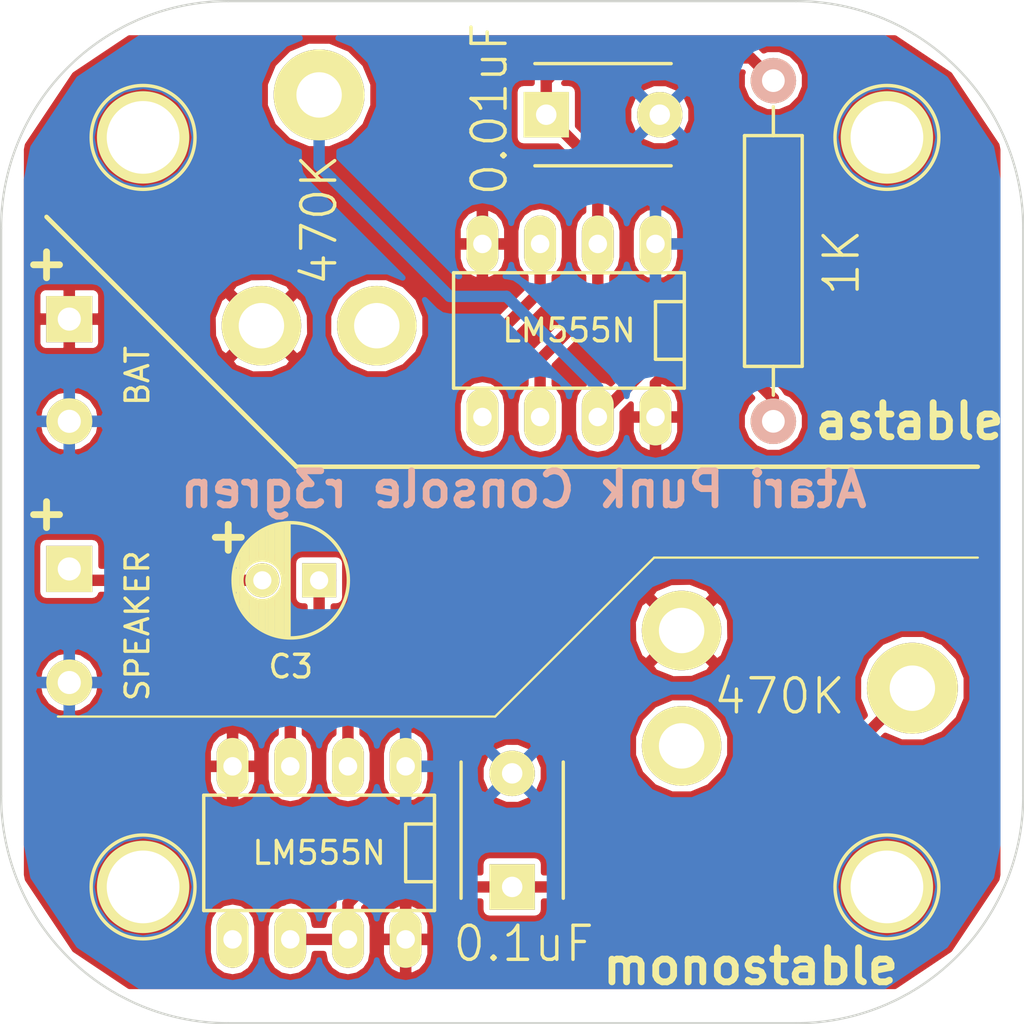
<source format=kicad_pcb>
(kicad_pcb (version 4) (host pcbnew "(2015-11-24 BZR 6329)-product")

  (general
    (links 22)
    (no_connects 0)
    (area 186.321 73.694809 241.829 128.529)
    (thickness 1.6)
    (drawings 21)
    (tracks 39)
    (zones 0)
    (modules 14)
    (nets 9)
  )

  (page A4)
  (layers
    (0 F.Cu signal)
    (31 B.Cu signal)
    (32 B.Adhes user)
    (33 F.Adhes user)
    (34 B.Paste user)
    (35 F.Paste user)
    (36 B.SilkS user)
    (37 F.SilkS user)
    (38 B.Mask user)
    (39 F.Mask user)
    (40 Dwgs.User user)
    (41 Cmts.User user)
    (42 Eco1.User user)
    (43 Eco2.User user)
    (44 Edge.Cuts user)
    (45 Margin user)
    (46 B.CrtYd user)
    (47 F.CrtYd user)
    (48 B.Fab user)
    (49 F.Fab user)
  )

  (setup
    (last_trace_width 0.5)
    (trace_clearance 0.254)
    (zone_clearance 0.254)
    (zone_45_only no)
    (trace_min 0.254)
    (segment_width 0.1)
    (edge_width 0.1)
    (via_size 0.889)
    (via_drill 0.635)
    (via_min_size 0.889)
    (via_min_drill 0.508)
    (uvia_size 0.508)
    (uvia_drill 0.127)
    (uvias_allowed no)
    (uvia_min_size 0.508)
    (uvia_min_drill 0.127)
    (pcb_text_width 0.3)
    (pcb_text_size 1.5 1.5)
    (mod_edge_width 0.15)
    (mod_text_size 1 1)
    (mod_text_width 0.15)
    (pad_size 4.064 4.064)
    (pad_drill 3.2)
    (pad_to_mask_clearance 0)
    (aux_axis_origin 0 0)
    (visible_elements FFFFFF7F)
    (pcbplotparams
      (layerselection 0x010f0_80000001)
      (usegerberextensions false)
      (excludeedgelayer true)
      (linewidth 0.100000)
      (plotframeref false)
      (viasonmask false)
      (mode 1)
      (useauxorigin false)
      (hpglpennumber 1)
      (hpglpenspeed 20)
      (hpglpendiameter 15)
      (hpglpenoverlay 2)
      (psnegative false)
      (psa4output false)
      (plotreference true)
      (plotvalue true)
      (plotinvisibletext false)
      (padsonsilk false)
      (subtractmaskfromsilk false)
      (outputformat 1)
      (mirror false)
      (drillshape 0)
      (scaleselection 1)
      (outputdirectory gerbers/))
  )

  (net 0 "")
  (net 1 "Net-(C1-Pad1)")
  (net 2 GND)
  (net 3 "Net-(C2-Pad1)")
  (net 4 "Net-(C3-Pad1)")
  (net 5 "Net-(C3-Pad2)")
  (net 6 "Net-(R1-Pad1)")
  (net 7 "Net-(U1-Pad3)")
  (net 8 +9V)

  (net_class Default "This is the default net class."
    (clearance 0.254)
    (trace_width 0.5)
    (via_dia 0.889)
    (via_drill 0.635)
    (uvia_dia 0.508)
    (uvia_drill 0.127)
    (add_net +9V)
    (add_net GND)
    (add_net "Net-(C1-Pad1)")
    (add_net "Net-(C2-Pad1)")
    (add_net "Net-(C3-Pad1)")
    (add_net "Net-(C3-Pad2)")
    (add_net "Net-(R1-Pad1)")
    (add_net "Net-(U1-Pad3)")
  )

  (module Socket_Strips:Socket_Strip_Straight_1x02 (layer F.Cu) (tedit 56311022) (tstamp 55D51135)
    (at 193 94 270)
    (descr "Through hole socket strip")
    (tags "socket strip")
    (path /55D50DA2)
    (fp_text reference P2 (at 0 5.5 270) (layer F.SilkS) hide
      (effects (font (size 1 1) (thickness 0.15)))
    )
    (fp_text value BAT (at 0 -3 270) (layer F.SilkS)
      (effects (font (size 1 1) (thickness 0.15)))
    )
    (pad 1 thru_hole rect (at -2.5 0 270) (size 2.032 2.032) (drill 1.016) (layers *.Cu *.Mask F.SilkS)
      (net 8 +9V))
    (pad 2 thru_hole oval (at 2 0 270) (size 2.032 2.032) (drill 1.016) (layers *.Cu *.Mask F.SilkS)
      (net 2 GND))
    (model Socket_Strips.3dshapes/Socket_Strip_Straight_1x02.wrl
      (at (xyz 0.05 0 0))
      (scale (xyz 1 1 1))
      (rotate (xyz 0 0 180))
    )
  )

  (module Socket_Strips:Socket_Strip_Straight_1x02 (layer F.Cu) (tedit 56311025) (tstamp 55D509F8)
    (at 193 105 270)
    (descr "Through hole socket strip")
    (tags "socket strip")
    (path /55D51CF1)
    (fp_text reference P1 (at 0 5.5 270) (layer F.SilkS) hide
      (effects (font (size 1 1) (thickness 0.15)))
    )
    (fp_text value SPEAKER (at 0 -3 270) (layer F.SilkS)
      (effects (font (size 1 1) (thickness 0.15)))
    )
    (pad 1 thru_hole rect (at -2.5 0 270) (size 2.032 2.032) (drill 1.016) (layers *.Cu *.Mask F.SilkS)
      (net 5 "Net-(C3-Pad2)"))
    (pad 2 thru_hole oval (at 2.5 0 270) (size 2.032 2.032) (drill 1.016) (layers *.Cu *.Mask F.SilkS)
      (net 2 GND))
    (model Socket_Strips.3dshapes/Socket_Strip_Straight_1x02.wrl
      (at (xyz 0.05 0 0))
      (scale (xyz 1 1 1))
      (rotate (xyz 0 0 180))
    )
  )

  (module Sockets_DIP:DIP-8__300 (layer F.Cu) (tedit 56310B88) (tstamp 55D50A2A)
    (at 204 115 180)
    (descr "8 pins DIL package, round pads")
    (tags DIL)
    (path /55D4FD35)
    (fp_text reference U2 (at -36.5 -6 180) (layer F.SilkS) hide
      (effects (font (size 1 1) (thickness 0.15)))
    )
    (fp_text value LM555N (at 0 0 180) (layer F.SilkS)
      (effects (font (size 1 1) (thickness 0.15)))
    )
    (fp_line (start -5.08 -1.27) (end -3.81 -1.27) (layer F.SilkS) (width 0.15))
    (fp_line (start -3.81 -1.27) (end -3.81 1.27) (layer F.SilkS) (width 0.15))
    (fp_line (start -3.81 1.27) (end -5.08 1.27) (layer F.SilkS) (width 0.15))
    (fp_line (start -5.08 -2.54) (end 5.08 -2.54) (layer F.SilkS) (width 0.15))
    (fp_line (start 5.08 -2.54) (end 5.08 2.54) (layer F.SilkS) (width 0.15))
    (fp_line (start 5.08 2.54) (end -5.08 2.54) (layer F.SilkS) (width 0.15))
    (fp_line (start -5.08 2.54) (end -5.08 -2.54) (layer F.SilkS) (width 0.15))
    (pad 1 thru_hole oval (at -3.81 3.81 180) (size 1.4 2.5) (drill 0.8128) (layers *.Cu *.Mask F.SilkS)
      (net 2 GND))
    (pad 2 thru_hole oval (at -1.27 3.81 180) (size 1.4 2.5) (drill 0.8128) (layers *.Cu *.Mask F.SilkS)
      (net 7 "Net-(U1-Pad3)"))
    (pad 3 thru_hole oval (at 1.27 3.81 180) (size 1.4 2.5) (drill 0.8128) (layers *.Cu *.Mask F.SilkS)
      (net 4 "Net-(C3-Pad1)"))
    (pad 4 thru_hole oval (at 3.81 3.81 180) (size 1.4 2.5) (drill 0.8128) (layers *.Cu *.Mask F.SilkS)
      (net 8 +9V))
    (pad 5 thru_hole oval (at 3.81 -3.81 180) (size 1.4 2.5) (drill 0.8128) (layers *.Cu *.Mask F.SilkS))
    (pad 6 thru_hole oval (at 1.27 -3.81 180) (size 1.4 2.5) (drill 0.8128) (layers *.Cu *.Mask F.SilkS)
      (net 3 "Net-(C2-Pad1)"))
    (pad 7 thru_hole oval (at -1.27 -3.81 180) (size 1.4 2.5) (drill 0.8128) (layers *.Cu *.Mask F.SilkS)
      (net 3 "Net-(C2-Pad1)"))
    (pad 8 thru_hole oval (at -3.81 -3.81 180) (size 1.4 2.5) (drill 0.8128) (layers *.Cu *.Mask F.SilkS)
      (net 8 +9V))
    (model Sockets_DIP.3dshapes/DIP-8__300.wrl
      (at (xyz 0 0 0))
      (scale (xyz 1 1 1))
      (rotate (xyz 0 0 0))
    )
  )

  (module Sockets_DIP:DIP-8__300 (layer F.Cu) (tedit 56310B9F) (tstamp 5631085D)
    (at 215 92 180)
    (descr "8 pins DIL package, round pads")
    (tags DIL)
    (path /55D4FCB6)
    (fp_text reference U1 (at 5 17 180) (layer F.SilkS) hide
      (effects (font (size 1 1) (thickness 0.15)))
    )
    (fp_text value LM555N (at 0 0 180) (layer F.SilkS)
      (effects (font (size 1 1) (thickness 0.15)))
    )
    (fp_line (start -5.08 -1.27) (end -3.81 -1.27) (layer F.SilkS) (width 0.15))
    (fp_line (start -3.81 -1.27) (end -3.81 1.27) (layer F.SilkS) (width 0.15))
    (fp_line (start -3.81 1.27) (end -5.08 1.27) (layer F.SilkS) (width 0.15))
    (fp_line (start -5.08 -2.54) (end 5.08 -2.54) (layer F.SilkS) (width 0.15))
    (fp_line (start 5.08 -2.54) (end 5.08 2.54) (layer F.SilkS) (width 0.15))
    (fp_line (start 5.08 2.54) (end -5.08 2.54) (layer F.SilkS) (width 0.15))
    (fp_line (start -5.08 2.54) (end -5.08 -2.54) (layer F.SilkS) (width 0.15))
    (pad 1 thru_hole oval (at -3.81 3.81 180) (size 1.4 2.5) (drill 0.8128) (layers *.Cu *.Mask F.SilkS)
      (net 2 GND))
    (pad 2 thru_hole oval (at -1.27 3.81 180) (size 1.4 2.5) (drill 0.8128) (layers *.Cu *.Mask F.SilkS)
      (net 1 "Net-(C1-Pad1)"))
    (pad 3 thru_hole oval (at 1.27 3.81 180) (size 1.4 2.5) (drill 0.8128) (layers *.Cu *.Mask F.SilkS)
      (net 7 "Net-(U1-Pad3)"))
    (pad 4 thru_hole oval (at 3.81 3.81 180) (size 1.4 2.5) (drill 0.8128) (layers *.Cu *.Mask F.SilkS)
      (net 8 +9V))
    (pad 5 thru_hole oval (at 3.81 -3.81 180) (size 1.4 2.5) (drill 0.8128) (layers *.Cu *.Mask F.SilkS))
    (pad 6 thru_hole oval (at 1.27 -3.81 180) (size 1.4 2.5) (drill 0.8128) (layers *.Cu *.Mask F.SilkS)
      (net 1 "Net-(C1-Pad1)"))
    (pad 7 thru_hole oval (at -1.27 -3.81 180) (size 1.4 2.5) (drill 0.8128) (layers *.Cu *.Mask F.SilkS)
      (net 6 "Net-(R1-Pad1)"))
    (pad 8 thru_hole oval (at -3.81 -3.81 180) (size 1.4 2.5) (drill 0.8128) (layers *.Cu *.Mask F.SilkS)
      (net 8 +9V))
    (model Sockets_DIP.3dshapes/DIP-8__300.wrl
      (at (xyz 0 0 0))
      (scale (xyz 1 1 1))
      (rotate (xyz 0 0 0))
    )
  )

  (module Capacitors_ThroughHole:C_Disc_D6_P5 (layer F.Cu) (tedit 56913FC8) (tstamp 55D509CF)
    (at 214 82.5)
    (descr "Capacitor 6mm Disc, Pitch 5mm")
    (tags Capacitor)
    (path /55D501E2)
    (fp_text reference C1 (at 5 -6.5) (layer F.SilkS) hide
      (effects (font (size 1 1) (thickness 0.15)))
    )
    (fp_text value 0.01uF (at -2.5 -0.25 90) (layer F.SilkS)
      (effects (font (size 1.5 1.5) (thickness 0.15)))
    )
    (fp_line (start -0.95 -2.5) (end 5.95 -2.5) (layer F.CrtYd) (width 0.05))
    (fp_line (start 5.95 -2.5) (end 5.95 2.5) (layer F.CrtYd) (width 0.05))
    (fp_line (start 5.95 2.5) (end -0.95 2.5) (layer F.CrtYd) (width 0.05))
    (fp_line (start -0.95 2.5) (end -0.95 -2.5) (layer F.CrtYd) (width 0.05))
    (fp_line (start -0.5 -2.25) (end 5.5 -2.25) (layer F.SilkS) (width 0.15))
    (fp_line (start 5.5 2.25) (end -0.5 2.25) (layer F.SilkS) (width 0.15))
    (pad 1 thru_hole rect (at 0 0) (size 2 2) (drill 0.9) (layers *.Cu *.Mask F.SilkS)
      (net 1 "Net-(C1-Pad1)"))
    (pad 2 thru_hole circle (at 5 0) (size 2 2) (drill 0.9) (layers *.Cu *.Mask F.SilkS)
      (net 2 GND))
    (model Capacitors_ThroughHole.3dshapes/C_Disc_D6_P5.wrl
      (at (xyz 0.0984252 0 0))
      (scale (xyz 1 1 1))
      (rotate (xyz 0 0 0))
    )
  )

  (module Capacitors_ThroughHole:C_Disc_D6_P5 (layer F.Cu) (tedit 56310E00) (tstamp 55D509DB)
    (at 212.5 116.5 90)
    (descr "Capacitor 6mm Disc, Pitch 5mm")
    (tags Capacitor)
    (path /55D50578)
    (fp_text reference C2 (at -1.5 24.5 90) (layer F.SilkS) hide
      (effects (font (size 1 1) (thickness 0.15)))
    )
    (fp_text value 0.1uF (at -2.5 0.5 180) (layer F.SilkS)
      (effects (font (size 1.5 1.5) (thickness 0.15)))
    )
    (fp_line (start -0.95 -2.5) (end 5.95 -2.5) (layer F.CrtYd) (width 0.05))
    (fp_line (start 5.95 -2.5) (end 5.95 2.5) (layer F.CrtYd) (width 0.05))
    (fp_line (start 5.95 2.5) (end -0.95 2.5) (layer F.CrtYd) (width 0.05))
    (fp_line (start -0.95 2.5) (end -0.95 -2.5) (layer F.CrtYd) (width 0.05))
    (fp_line (start -0.5 -2.25) (end 5.5 -2.25) (layer F.SilkS) (width 0.15))
    (fp_line (start 5.5 2.25) (end -0.5 2.25) (layer F.SilkS) (width 0.15))
    (pad 1 thru_hole rect (at 0 0 90) (size 2 2) (drill 0.9) (layers *.Cu *.Mask F.SilkS)
      (net 3 "Net-(C2-Pad1)"))
    (pad 2 thru_hole circle (at 5 0 90) (size 2 2) (drill 0.9) (layers *.Cu *.Mask F.SilkS)
      (net 2 GND))
    (model Capacitors_ThroughHole.3dshapes/C_Disc_D6_P5.wrl
      (at (xyz 0.0984252 0 0))
      (scale (xyz 1 1 1))
      (rotate (xyz 0 0 0))
    )
  )

  (module Resistors_ThroughHole:Resistor_Horizontal_RM15mm (layer F.Cu) (tedit 56310DF1) (tstamp 55D50A04)
    (at 224 88.5 90)
    (descr "Resistor, Axial, RM 15mm,")
    (tags "Resistor, Axial, RM 15mm,")
    (path /55D501A5)
    (fp_text reference R1 (at 13.5 -2 90) (layer F.SilkS) hide
      (effects (font (size 1 1) (thickness 0.15)))
    )
    (fp_text value 1K (at -0.5 3 90) (layer F.SilkS)
      (effects (font (size 1.5 1.5) (thickness 0.15)))
    )
    (fp_line (start -5.08 -1.27) (end -5.08 1.27) (layer F.SilkS) (width 0.15))
    (fp_line (start -5.08 1.27) (end 5.08 1.27) (layer F.SilkS) (width 0.15))
    (fp_line (start 5.08 1.27) (end 5.08 -1.27) (layer F.SilkS) (width 0.15))
    (fp_line (start 5.08 -1.27) (end -5.08 -1.27) (layer F.SilkS) (width 0.15))
    (fp_line (start 6.35 0) (end 5.08 0) (layer F.SilkS) (width 0.15))
    (fp_line (start -6.35 0) (end -5.08 0) (layer F.SilkS) (width 0.15))
    (pad 1 thru_hole circle (at -7.5 0 90) (size 1.99898 1.99898) (drill 1.00076) (layers *.Cu *.SilkS *.Mask)
      (net 6 "Net-(R1-Pad1)"))
    (pad 2 thru_hole circle (at 7.5 0 90) (size 1.99898 1.99898) (drill 1.00076) (layers *.Cu *.SilkS *.Mask)
      (net 1 "Net-(C1-Pad1)"))
    (model Resistors_ThroughHole.3dshapes/Resistor_Horizontal_RM15mm.wrl
      (at (xyz 0 0 0))
      (scale (xyz 0.4 0.4 0.4))
      (rotate (xyz 0 0 0))
    )
  )

  (module PNZ10Z:PNZ10Z (layer F.Cu) (tedit 56310B7C) (tstamp 56052479)
    (at 222.5 107.75 270)
    (path /55D4FF9B)
    (fp_text reference VR2 (at -8.131728 -13.788582 360) (layer F.SilkS) hide
      (effects (font (size 1.5 1.5) (thickness 0.15)))
    )
    (fp_text value 470K (at 0.353553 -1.767767 360) (layer F.SilkS)
      (effects (font (size 1.5 1.5) (thickness 0.15)))
    )
    (pad 1 thru_hole circle (at -2.54 2.54 270) (size 3.5 3.5) (drill 2) (layers *.Cu *.Mask F.SilkS)
      (net 8 +9V))
    (pad 3 thru_hole circle (at 2.54 2.54 270) (size 3.5 3.5) (drill 2) (layers *.Cu *.Mask F.SilkS))
    (pad 2 thru_hole circle (at 0 -7.62 270) (size 4 4) (drill 2) (layers *.Cu *.Mask F.SilkS)
      (net 3 "Net-(C2-Pad1)"))
  )

  (module PNZ10Z:PNZ10Z (layer F.Cu) (tedit 56310B9A) (tstamp 5605224D)
    (at 204 89.25)
    (path /55D4FE28)
    (fp_text reference VR1 (at 18.73833 -1.06066 90) (layer F.SilkS) hide
      (effects (font (size 1.5 1.5) (thickness 0.15)))
    )
    (fp_text value 470K (at 0 -2.12132 90) (layer F.SilkS)
      (effects (font (size 1.5 1.5) (thickness 0.15)))
    )
    (pad 1 thru_hole circle (at -2.54 2.54) (size 3.5 3.5) (drill 2) (layers *.Cu *.Mask F.SilkS)
      (net 8 +9V))
    (pad 3 thru_hole circle (at 2.54 2.54) (size 3.5 3.5) (drill 2) (layers *.Cu *.Mask F.SilkS))
    (pad 2 thru_hole circle (at 0 -7.62) (size 4 4) (drill 2) (layers *.Cu *.Mask F.SilkS)
      (net 6 "Net-(R1-Pad1)"))
  )

  (module Capacitors_ThroughHole:C_Radial_D5_L11_P2.5 (layer F.Cu) (tedit 56310F61) (tstamp 56310F37)
    (at 204 103 180)
    (descr "Radial Electrolytic Capacitor Diameter 5mm x Length 11mm, Pitch 2.5mm")
    (tags "Electrolytic Capacitor")
    (path /55D506F7)
    (fp_text reference C3 (at 1.25 -3.8 180) (layer F.SilkS)
      (effects (font (size 1 1) (thickness 0.15)))
    )
    (fp_text value 10uF (at 1.25 3.8 180) (layer F.Fab)
      (effects (font (size 1 1) (thickness 0.15)))
    )
    (fp_line (start 1.325 -2.499) (end 1.325 2.499) (layer F.SilkS) (width 0.15))
    (fp_line (start 1.465 -2.491) (end 1.465 2.491) (layer F.SilkS) (width 0.15))
    (fp_line (start 1.605 -2.475) (end 1.605 -0.095) (layer F.SilkS) (width 0.15))
    (fp_line (start 1.605 0.095) (end 1.605 2.475) (layer F.SilkS) (width 0.15))
    (fp_line (start 1.745 -2.451) (end 1.745 -0.49) (layer F.SilkS) (width 0.15))
    (fp_line (start 1.745 0.49) (end 1.745 2.451) (layer F.SilkS) (width 0.15))
    (fp_line (start 1.885 -2.418) (end 1.885 -0.657) (layer F.SilkS) (width 0.15))
    (fp_line (start 1.885 0.657) (end 1.885 2.418) (layer F.SilkS) (width 0.15))
    (fp_line (start 2.025 -2.377) (end 2.025 -0.764) (layer F.SilkS) (width 0.15))
    (fp_line (start 2.025 0.764) (end 2.025 2.377) (layer F.SilkS) (width 0.15))
    (fp_line (start 2.165 -2.327) (end 2.165 -0.835) (layer F.SilkS) (width 0.15))
    (fp_line (start 2.165 0.835) (end 2.165 2.327) (layer F.SilkS) (width 0.15))
    (fp_line (start 2.305 -2.266) (end 2.305 -0.879) (layer F.SilkS) (width 0.15))
    (fp_line (start 2.305 0.879) (end 2.305 2.266) (layer F.SilkS) (width 0.15))
    (fp_line (start 2.445 -2.196) (end 2.445 -0.898) (layer F.SilkS) (width 0.15))
    (fp_line (start 2.445 0.898) (end 2.445 2.196) (layer F.SilkS) (width 0.15))
    (fp_line (start 2.585 -2.114) (end 2.585 -0.896) (layer F.SilkS) (width 0.15))
    (fp_line (start 2.585 0.896) (end 2.585 2.114) (layer F.SilkS) (width 0.15))
    (fp_line (start 2.725 -2.019) (end 2.725 -0.871) (layer F.SilkS) (width 0.15))
    (fp_line (start 2.725 0.871) (end 2.725 2.019) (layer F.SilkS) (width 0.15))
    (fp_line (start 2.865 -1.908) (end 2.865 -0.823) (layer F.SilkS) (width 0.15))
    (fp_line (start 2.865 0.823) (end 2.865 1.908) (layer F.SilkS) (width 0.15))
    (fp_line (start 3.005 -1.78) (end 3.005 -0.745) (layer F.SilkS) (width 0.15))
    (fp_line (start 3.005 0.745) (end 3.005 1.78) (layer F.SilkS) (width 0.15))
    (fp_line (start 3.145 -1.631) (end 3.145 -0.628) (layer F.SilkS) (width 0.15))
    (fp_line (start 3.145 0.628) (end 3.145 1.631) (layer F.SilkS) (width 0.15))
    (fp_line (start 3.285 -1.452) (end 3.285 -0.44) (layer F.SilkS) (width 0.15))
    (fp_line (start 3.285 0.44) (end 3.285 1.452) (layer F.SilkS) (width 0.15))
    (fp_line (start 3.425 -1.233) (end 3.425 1.233) (layer F.SilkS) (width 0.15))
    (fp_line (start 3.565 -0.944) (end 3.565 0.944) (layer F.SilkS) (width 0.15))
    (fp_line (start 3.705 -0.472) (end 3.705 0.472) (layer F.SilkS) (width 0.15))
    (fp_circle (center 2.5 0) (end 2.5 -0.9) (layer F.SilkS) (width 0.15))
    (fp_circle (center 1.25 0) (end 1.25 -2.5375) (layer F.SilkS) (width 0.15))
    (fp_circle (center 1.25 0) (end 1.25 -2.8) (layer F.CrtYd) (width 0.05))
    (pad 1 thru_hole rect (at 0 0 180) (size 1.5 1.5) (drill 0.8) (layers *.Cu *.Mask F.SilkS)
      (net 4 "Net-(C3-Pad1)"))
    (pad 2 thru_hole circle (at 2.5 0 180) (size 1.5 1.5) (drill 0.8) (layers *.Cu *.Mask F.SilkS)
      (net 5 "Net-(C3-Pad2)"))
    (model Capacitors_ThroughHole.3dshapes/C_Radial_D5_L11_P2.5.wrl
      (at (xyz 0.049213 0 0))
      (scale (xyz 1 1 1))
      (rotate (xyz 0 0 90))
    )
  )

  (module Connect:1pin (layer F.Cu) (tedit 56915619) (tstamp 569155B3)
    (at 196.25 83.5)
    (descr "module 1 pin (ou trou mecanique de percage)")
    (tags DEV)
    (fp_text reference REF** (at 0 -3.048) (layer F.SilkS) hide
      (effects (font (size 1 1) (thickness 0.15)))
    )
    (fp_text value 1pin (at 0 2.794) (layer F.Fab) hide
      (effects (font (size 1 1) (thickness 0.15)))
    )
    (fp_circle (center 0 0) (end 0 -2.286) (layer F.SilkS) (width 0.15))
    (pad 1 thru_hole circle (at 0 0) (size 4.064 4.064) (drill 3.2) (layers *.Cu *.Mask F.SilkS))
  )

  (module Connect:1pin (layer F.Cu) (tedit 56915611) (tstamp 569155B9)
    (at 229 83.5)
    (descr "module 1 pin (ou trou mecanique de percage)")
    (tags DEV)
    (fp_text reference REF** (at 0 -3.048) (layer F.SilkS) hide
      (effects (font (size 1 1) (thickness 0.15)))
    )
    (fp_text value 1pin (at 0 2.794) (layer F.Fab) hide
      (effects (font (size 1 1) (thickness 0.15)))
    )
    (fp_circle (center 0 0) (end 0 -2.286) (layer F.SilkS) (width 0.15))
    (pad 1 thru_hole circle (at 0 0) (size 4.064 4.064) (drill 3.2) (layers *.Cu *.Mask F.SilkS))
  )

  (module Connect:1pin (layer F.Cu) (tedit 56915600) (tstamp 569155BF)
    (at 196.25 116.5)
    (descr "module 1 pin (ou trou mecanique de percage)")
    (tags DEV)
    (fp_text reference REF** (at -3.75 8.5) (layer F.SilkS) hide
      (effects (font (size 1 1) (thickness 0.15)))
    )
    (fp_text value 1pin (at 1.25 11) (layer F.Fab) hide
      (effects (font (size 1 1) (thickness 0.15)))
    )
    (fp_circle (center 0 0) (end 0 -2.286) (layer F.SilkS) (width 0.15))
    (pad 1 thru_hole circle (at 0 0) (size 4.064 4.064) (drill 3.2) (layers *.Cu *.Mask F.SilkS))
  )

  (module Connect:1pin (layer F.Cu) (tedit 56915608) (tstamp 569155C5)
    (at 229 116.5)
    (descr "module 1 pin (ou trou mecanique de percage)")
    (tags DEV)
    (fp_text reference REF** (at 0 -3.048) (layer F.SilkS) hide
      (effects (font (size 1 1) (thickness 0.15)))
    )
    (fp_text value 1pin (at 0 2.794) (layer F.Fab) hide
      (effects (font (size 1 1) (thickness 0.15)))
    )
    (fp_circle (center 0 0) (end 0 -2.286) (layer F.SilkS) (width 0.15))
    (pad 1 thru_hole circle (at 0 0) (size 4.064 4.064) (drill 3.2) (layers *.Cu *.Mask F.SilkS))
  )

  (gr_line (start 211.75 109) (end 192.5 109) (angle 90) (layer F.SilkS) (width 0.1))
  (gr_line (start 218.75 102) (end 211.75 109) (angle 90) (layer F.SilkS) (width 0.1))
  (gr_line (start 233 102) (end 218.75 102) (angle 90) (layer F.SilkS) (width 0.1))
  (gr_circle (center 212.5 100.5) (end 224.5 100.5) (layer Dwgs.User) (width 0.1))
  (gr_text "Atari Punk Console r3gren" (at 213 99) (layer B.SilkS)
    (effects (font (size 1.5 1.5) (thickness 0.3)) (justify mirror))
  )
  (gr_text + (at 200 101) (layer F.SilkS)
    (effects (font (size 1.5 1.5) (thickness 0.3)))
  )
  (gr_text astable (at 230 96) (layer F.SilkS)
    (effects (font (size 1.5 1.5) (thickness 0.3)))
  )
  (gr_text monostable (at 223 120) (layer F.SilkS)
    (effects (font (size 1.5 1.5) (thickness 0.3)))
  )
  (gr_text + (at 192 100) (layer F.SilkS)
    (effects (font (size 1.5 1.5) (thickness 0.3)))
  )
  (gr_text + (at 192 89) (layer F.SilkS)
    (effects (font (size 1.5 1.5) (thickness 0.3)))
  )
  (gr_line (start 203 98) (end 207.5 98) (angle 90) (layer F.SilkS) (width 0.2))
  (gr_line (start 192 87) (end 203 98) (angle 90) (layer F.SilkS) (width 0.2))
  (gr_line (start 233 98) (end 207.5 98) (angle 90) (layer F.SilkS) (width 0.2))
  (gr_arc (start 200 112.5) (end 200 122.5) (angle 90) (layer Edge.Cuts) (width 0.1))
  (gr_arc (start 200 87.5) (end 190 87.5) (angle 90) (layer Edge.Cuts) (width 0.1))
  (gr_arc (start 225 87.5) (end 225 77.5) (angle 90) (layer Edge.Cuts) (width 0.1))
  (gr_arc (start 225 112.5) (end 235 112.5) (angle 90) (layer Edge.Cuts) (width 0.1))
  (gr_line (start 235 87.5) (end 235 112.5) (angle 90) (layer Edge.Cuts) (width 0.1))
  (gr_line (start 190 87.5) (end 190 112.5) (angle 90) (layer Edge.Cuts) (width 0.1))
  (gr_line (start 200 77.5) (end 225 77.5) (angle 90) (layer Edge.Cuts) (width 0.1))
  (gr_line (start 200 122.5) (end 225 122.5) (angle 90) (layer Edge.Cuts) (width 0.1))

  (segment (start 224 81) (end 223 80) (width 0.5) (layer F.Cu) (net 1))
  (segment (start 214 81) (end 214 82.5) (width 0.5) (layer F.Cu) (net 1) (tstamp 56310FFD))
  (segment (start 215 80) (end 214 81) (width 0.5) (layer F.Cu) (net 1) (tstamp 56310FFB))
  (segment (start 223 80) (end 215 80) (width 0.5) (layer F.Cu) (net 1) (tstamp 56310FFA))
  (segment (start 216.27 84.77) (end 216.27 88.19) (width 0.5) (layer F.Cu) (net 1) (tstamp 56052E52))
  (segment (start 214 82.5) (end 216.27 84.77) (width 0.5) (layer F.Cu) (net 1))
  (segment (start 213.73 93.27) (end 216.27 90.73) (width 0.5) (layer F.Cu) (net 1) (tstamp 56052E56))
  (segment (start 216.27 90.73) (end 216.27 88.19) (width 0.5) (layer F.Cu) (net 1) (tstamp 56052E58))
  (segment (start 213.73 95.81) (end 213.73 93.27) (width 0.5) (layer F.Cu) (net 1))
  (segment (start 205.27 118.81) (end 205.27 117.23) (width 0.5) (layer F.Cu) (net 3))
  (segment (start 206 116.5) (end 212.5 116.5) (width 0.5) (layer F.Cu) (net 3) (tstamp 56914140))
  (segment (start 205.27 117.23) (end 206 116.5) (width 0.5) (layer F.Cu) (net 3) (tstamp 5691413D))
  (segment (start 202.73 118.81) (end 205.27 118.81) (width 0.5) (layer F.Cu) (net 3))
  (segment (start 212.5 116.5) (end 221.37 116.5) (width 0.5) (layer F.Cu) (net 3))
  (segment (start 221.37 116.5) (end 230.12 107.75) (width 0.5) (layer F.Cu) (net 3) (tstamp 5691402E))
  (segment (start 202.77 118.81) (end 202.77 117.73) (width 0.5) (layer F.Cu) (net 3))
  (segment (start 212.611846 116.388154) (end 212.5 116.5) (width 0.5) (layer F.Cu) (net 3) (tstamp 56052E8D))
  (segment (start 202.73 111.19) (end 202.73 106.02) (width 0.5) (layer F.Cu) (net 4))
  (segment (start 204 104.75) (end 204 103) (width 0.5) (layer F.Cu) (net 4) (tstamp 5691412F))
  (segment (start 202.73 106.02) (end 204 104.75) (width 0.5) (layer F.Cu) (net 4) (tstamp 5691412B))
  (segment (start 204.5 103) (end 204 103) (width 0.5) (layer F.Cu) (net 4))
  (segment (start 201.5 103) (end 193.5 103) (width 0.5) (layer F.Cu) (net 5))
  (segment (start 193.5 103) (end 193 102.5) (width 0.5) (layer F.Cu) (net 5) (tstamp 56310F4A))
  (segment (start 193.5 103) (end 193 102.5) (width 0.5) (layer F.Cu) (net 5) (tstamp 56310CEF))
  (segment (start 216.27 95.81) (end 216.27 94.52) (width 0.5) (layer B.Cu) (net 6))
  (segment (start 204 84.75) (end 204 81.63) (width 0.5) (layer B.Cu) (net 6) (tstamp 569141A5))
  (segment (start 209.75 90.5) (end 204 84.75) (width 0.5) (layer B.Cu) (net 6) (tstamp 569141A3))
  (segment (start 212.25 90.5) (end 209.75 90.5) (width 0.5) (layer B.Cu) (net 6) (tstamp 569141A1))
  (segment (start 216.27 94.52) (end 212.25 90.5) (width 0.5) (layer B.Cu) (net 6) (tstamp 5691419E))
  (segment (start 222.5 93.5) (end 218.58 93.5) (width 0.5) (layer F.Cu) (net 6) (tstamp 56052E5D))
  (segment (start 218.58 93.5) (end 216.27 95.81) (width 0.5) (layer F.Cu) (net 6) (tstamp 56052E5E))
  (segment (start 224 95) (end 222.5 93.5) (width 0.5) (layer F.Cu) (net 6) (tstamp 56052E5C))
  (segment (start 224 96) (end 224 95) (width 0.5) (layer F.Cu) (net 6))
  (segment (start 206 107) (end 205.27 107.73) (width 0.5) (layer F.Cu) (net 7))
  (segment (start 206 107) (end 208.5 104.5) (width 0.5) (layer F.Cu) (net 7) (tstamp 56052E79))
  (segment (start 208.5 104.5) (end 208.5 95.5) (width 0.5) (layer F.Cu) (net 7) (tstamp 56052E7A))
  (segment (start 208.5 95.5) (end 213.73 90.27) (width 0.5) (layer F.Cu) (net 7) (tstamp 56052E7C))
  (segment (start 213.73 88.19) (end 213.73 90.27) (width 0.5) (layer F.Cu) (net 7) (tstamp 56052E7E))
  (segment (start 205.27 107.73) (end 205.27 111.19) (width 0.5) (layer F.Cu) (net 7) (tstamp 56914125))

  (zone (net 2) (net_name GND) (layer B.Cu) (tstamp 55D517BB) (hatch edge 0.508)
    (connect_pads (clearance 0.508))
    (min_thickness 0.254)
    (fill yes (arc_segments 16) (thermal_gap 0.508) (thermal_bridge_width 0.508))
    (polygon
      (pts
        (xy 234 121) (xy 191 121) (xy 191 79) (xy 234 79)
      )
    )
    (filled_polygon
      (pts
        (xy 202.509342 79.394853) (xy 201.767458 80.135443) (xy 201.365458 81.103567) (xy 201.364543 82.151834) (xy 201.764853 83.120658)
        (xy 202.505443 83.862542) (xy 203.115 84.115652) (xy 203.115 84.749995) (xy 203.114999 84.75) (xy 203.17119 85.032484)
        (xy 203.182367 85.088675) (xy 203.37421 85.37579) (xy 207.678888 89.680468) (xy 207.016487 89.405415) (xy 206.067675 89.404587)
        (xy 205.190771 89.766916) (xy 204.519274 90.437242) (xy 204.155415 91.313513) (xy 204.154587 92.262325) (xy 204.516916 93.139229)
        (xy 205.187242 93.810726) (xy 206.063513 94.174585) (xy 207.012325 94.175413) (xy 207.889229 93.813084) (xy 208.560726 93.142758)
        (xy 208.924585 92.266487) (xy 208.925413 91.317675) (xy 208.65032 90.6519) (xy 209.124208 91.125787) (xy 209.12421 91.12579)
        (xy 209.411325 91.317633) (xy 209.467516 91.32881) (xy 209.75 91.385001) (xy 209.750005 91.385) (xy 211.88342 91.385)
        (xy 215.106311 94.60789) (xy 215.036621 94.712189) (xy 215 94.896295) (xy 214.963379 94.712189) (xy 214.673988 94.279083)
        (xy 214.240882 93.989692) (xy 213.73 93.888071) (xy 213.219118 93.989692) (xy 212.786012 94.279083) (xy 212.496621 94.712189)
        (xy 212.46 94.896295) (xy 212.423379 94.712189) (xy 212.133988 94.279083) (xy 211.700882 93.989692) (xy 211.19 93.888071)
        (xy 210.679118 93.989692) (xy 210.246012 94.279083) (xy 209.956621 94.712189) (xy 209.855 95.223071) (xy 209.855 96.396929)
        (xy 209.956621 96.907811) (xy 210.246012 97.340917) (xy 210.679118 97.630308) (xy 211.19 97.731929) (xy 211.700882 97.630308)
        (xy 212.133988 97.340917) (xy 212.423379 96.907811) (xy 212.46 96.723705) (xy 212.496621 96.907811) (xy 212.786012 97.340917)
        (xy 213.219118 97.630308) (xy 213.73 97.731929) (xy 214.240882 97.630308) (xy 214.673988 97.340917) (xy 214.963379 96.907811)
        (xy 215 96.723705) (xy 215.036621 96.907811) (xy 215.326012 97.340917) (xy 215.759118 97.630308) (xy 216.27 97.731929)
        (xy 216.780882 97.630308) (xy 217.213988 97.340917) (xy 217.503379 96.907811) (xy 217.54 96.723705) (xy 217.576621 96.907811)
        (xy 217.866012 97.340917) (xy 218.299118 97.630308) (xy 218.81 97.731929) (xy 219.320882 97.630308) (xy 219.753988 97.340917)
        (xy 220.043379 96.907811) (xy 220.145 96.396929) (xy 220.145 96.323694) (xy 222.365226 96.323694) (xy 222.613538 96.924655)
        (xy 223.072927 97.384846) (xy 223.673453 97.634206) (xy 224.323694 97.634774) (xy 224.924655 97.386462) (xy 225.384846 96.927073)
        (xy 225.634206 96.326547) (xy 225.634774 95.676306) (xy 225.386462 95.075345) (xy 224.927073 94.615154) (xy 224.326547 94.365794)
        (xy 223.676306 94.365226) (xy 223.075345 94.613538) (xy 222.615154 95.072927) (xy 222.365794 95.673453) (xy 222.365226 96.323694)
        (xy 220.145 96.323694) (xy 220.145 95.223071) (xy 220.043379 94.712189) (xy 219.753988 94.279083) (xy 219.320882 93.989692)
        (xy 218.81 93.888071) (xy 218.299118 93.989692) (xy 217.866012 94.279083) (xy 217.576621 94.712189) (xy 217.54 94.896295)
        (xy 217.503379 94.712189) (xy 217.213988 94.279083) (xy 217.090692 94.1967) (xy 217.087634 94.181326) (xy 217.023975 94.086054)
        (xy 216.89579 93.89421) (xy 216.895787 93.894208) (xy 212.87579 89.87421) (xy 212.819442 89.83656) (xy 212.588675 89.682367)
        (xy 212.532484 89.67119) (xy 212.25 89.614999) (xy 212.249995 89.615) (xy 212.204759 89.615) (xy 212.423379 89.287811)
        (xy 212.46 89.103705) (xy 212.496621 89.287811) (xy 212.786012 89.720917) (xy 213.219118 90.010308) (xy 213.73 90.111929)
        (xy 214.240882 90.010308) (xy 214.673988 89.720917) (xy 214.963379 89.287811) (xy 215 89.103705) (xy 215.036621 89.287811)
        (xy 215.326012 89.720917) (xy 215.759118 90.010308) (xy 216.27 90.111929) (xy 216.780882 90.010308) (xy 217.213988 89.720917)
        (xy 217.503379 89.287811) (xy 217.542371 89.091784) (xy 217.625222 89.368215) (xy 217.955815 89.77379) (xy 218.41645 90.02198)
        (xy 218.476671 90.032716) (xy 218.683 89.909374) (xy 218.683 88.317) (xy 218.937 88.317) (xy 218.937 89.909374)
        (xy 219.143329 90.032716) (xy 219.20355 90.02198) (xy 219.664185 89.77379) (xy 219.994778 89.368215) (xy 220.145 88.867)
        (xy 220.145 88.317) (xy 218.937 88.317) (xy 218.683 88.317) (xy 218.663 88.317) (xy 218.663 88.063)
        (xy 218.683 88.063) (xy 218.683 86.470626) (xy 218.937 86.470626) (xy 218.937 88.063) (xy 220.145 88.063)
        (xy 220.145 87.513) (xy 219.994778 87.011785) (xy 219.664185 86.60621) (xy 219.20355 86.35802) (xy 219.143329 86.347284)
        (xy 218.937 86.470626) (xy 218.683 86.470626) (xy 218.476671 86.347284) (xy 218.41645 86.35802) (xy 217.955815 86.60621)
        (xy 217.625222 87.011785) (xy 217.542371 87.288216) (xy 217.503379 87.092189) (xy 217.213988 86.659083) (xy 216.780882 86.369692)
        (xy 216.27 86.268071) (xy 215.759118 86.369692) (xy 215.326012 86.659083) (xy 215.036621 87.092189) (xy 215 87.276295)
        (xy 214.963379 87.092189) (xy 214.673988 86.659083) (xy 214.240882 86.369692) (xy 213.73 86.268071) (xy 213.219118 86.369692)
        (xy 212.786012 86.659083) (xy 212.496621 87.092189) (xy 212.46 87.276295) (xy 212.423379 87.092189) (xy 212.133988 86.659083)
        (xy 211.700882 86.369692) (xy 211.19 86.268071) (xy 210.679118 86.369692) (xy 210.246012 86.659083) (xy 209.956621 87.092189)
        (xy 209.855 87.603071) (xy 209.855 88.776929) (xy 209.956621 89.287811) (xy 210.175241 89.615) (xy 210.116579 89.615)
        (xy 204.885 84.38342) (xy 204.885 84.1154) (xy 205.490658 83.865147) (xy 206.232542 83.124557) (xy 206.634542 82.156433)
        (xy 206.635114 81.5) (xy 212.35256 81.5) (xy 212.35256 83.5) (xy 212.396838 83.735317) (xy 212.53591 83.951441)
        (xy 212.74811 84.096431) (xy 213 84.14744) (xy 215 84.14744) (xy 215.235317 84.103162) (xy 215.451441 83.96409)
        (xy 215.596431 83.75189) (xy 215.616551 83.652532) (xy 218.027073 83.652532) (xy 218.125736 83.919387) (xy 218.735461 84.145908)
        (xy 219.38546 84.121856) (xy 219.874264 83.919387) (xy 219.972927 83.652532) (xy 219.820395 83.5) (xy 226.733861 83.5)
        (xy 226.906361 84.367214) (xy 227.397598 85.102402) (xy 228.132786 85.593639) (xy 229 85.766139) (xy 229.867214 85.593639)
        (xy 230.602402 85.102402) (xy 231.093639 84.367214) (xy 231.266139 83.5) (xy 231.093639 82.632786) (xy 230.602402 81.897598)
        (xy 229.867214 81.406361) (xy 229 81.233861) (xy 228.132786 81.406361) (xy 227.397598 81.897598) (xy 226.906361 82.632786)
        (xy 226.733861 83.5) (xy 219.820395 83.5) (xy 219 82.679605) (xy 218.027073 83.652532) (xy 215.616551 83.652532)
        (xy 215.64744 83.5) (xy 215.64744 82.235461) (xy 217.354092 82.235461) (xy 217.378144 82.88546) (xy 217.580613 83.374264)
        (xy 217.847468 83.472927) (xy 218.820395 82.5) (xy 219.179605 82.5) (xy 220.152532 83.472927) (xy 220.419387 83.374264)
        (xy 220.645908 82.764539) (xy 220.621856 82.11454) (xy 220.419387 81.625736) (xy 220.152532 81.527073) (xy 219.179605 82.5)
        (xy 218.820395 82.5) (xy 217.847468 81.527073) (xy 217.580613 81.625736) (xy 217.354092 82.235461) (xy 215.64744 82.235461)
        (xy 215.64744 81.5) (xy 215.61874 81.347468) (xy 218.027073 81.347468) (xy 219 82.320395) (xy 219.972927 81.347468)
        (xy 219.964138 81.323694) (xy 222.365226 81.323694) (xy 222.613538 81.924655) (xy 223.072927 82.384846) (xy 223.673453 82.634206)
        (xy 224.323694 82.634774) (xy 224.924655 82.386462) (xy 225.384846 81.927073) (xy 225.634206 81.326547) (xy 225.634774 80.676306)
        (xy 225.386462 80.075345) (xy 224.927073 79.615154) (xy 224.326547 79.365794) (xy 223.676306 79.365226) (xy 223.075345 79.613538)
        (xy 222.615154 80.072927) (xy 222.365794 80.673453) (xy 222.365226 81.323694) (xy 219.964138 81.323694) (xy 219.874264 81.080613)
        (xy 219.264539 80.854092) (xy 218.61454 80.878144) (xy 218.125736 81.080613) (xy 218.027073 81.347468) (xy 215.61874 81.347468)
        (xy 215.603162 81.264683) (xy 215.46409 81.048559) (xy 215.25189 80.903569) (xy 215 80.85256) (xy 213 80.85256)
        (xy 212.764683 80.896838) (xy 212.548559 81.03591) (xy 212.403569 81.24811) (xy 212.35256 81.5) (xy 206.635114 81.5)
        (xy 206.635457 81.108166) (xy 206.235147 80.139342) (xy 205.494557 79.397458) (xy 204.843221 79.127) (xy 228.889619 79.127)
        (xy 231.577209 80.922789) (xy 233.593539 83.940441) (xy 233.873 85.345385) (xy 233.873 114.654615) (xy 233.593539 116.059559)
        (xy 231.577209 119.077211) (xy 228.889619 120.873) (xy 196.110381 120.873) (xy 193.422789 119.077209) (xy 191.700755 116.5)
        (xy 193.983861 116.5) (xy 194.156361 117.367214) (xy 194.647598 118.102402) (xy 195.382786 118.593639) (xy 196.25 118.766139)
        (xy 197.117214 118.593639) (xy 197.671808 118.223071) (xy 198.855 118.223071) (xy 198.855 119.396929) (xy 198.956621 119.907811)
        (xy 199.246012 120.340917) (xy 199.679118 120.630308) (xy 200.19 120.731929) (xy 200.700882 120.630308) (xy 201.133988 120.340917)
        (xy 201.423379 119.907811) (xy 201.46 119.723705) (xy 201.496621 119.907811) (xy 201.786012 120.340917) (xy 202.219118 120.630308)
        (xy 202.73 120.731929) (xy 203.240882 120.630308) (xy 203.673988 120.340917) (xy 203.963379 119.907811) (xy 204 119.723705)
        (xy 204.036621 119.907811) (xy 204.326012 120.340917) (xy 204.759118 120.630308) (xy 205.27 120.731929) (xy 205.780882 120.630308)
        (xy 206.213988 120.340917) (xy 206.503379 119.907811) (xy 206.54 119.723705) (xy 206.576621 119.907811) (xy 206.866012 120.340917)
        (xy 207.299118 120.630308) (xy 207.81 120.731929) (xy 208.320882 120.630308) (xy 208.753988 120.340917) (xy 209.043379 119.907811)
        (xy 209.145 119.396929) (xy 209.145 118.223071) (xy 209.043379 117.712189) (xy 208.753988 117.279083) (xy 208.320882 116.989692)
        (xy 207.81 116.888071) (xy 207.299118 116.989692) (xy 206.866012 117.279083) (xy 206.576621 117.712189) (xy 206.54 117.896295)
        (xy 206.503379 117.712189) (xy 206.213988 117.279083) (xy 205.780882 116.989692) (xy 205.27 116.888071) (xy 204.759118 116.989692)
        (xy 204.326012 117.279083) (xy 204.036621 117.712189) (xy 204 117.896295) (xy 203.963379 117.712189) (xy 203.673988 117.279083)
        (xy 203.240882 116.989692) (xy 202.73 116.888071) (xy 202.219118 116.989692) (xy 201.786012 117.279083) (xy 201.496621 117.712189)
        (xy 201.46 117.896295) (xy 201.423379 117.712189) (xy 201.133988 117.279083) (xy 200.700882 116.989692) (xy 200.19 116.888071)
        (xy 199.679118 116.989692) (xy 199.246012 117.279083) (xy 198.956621 117.712189) (xy 198.855 118.223071) (xy 197.671808 118.223071)
        (xy 197.852402 118.102402) (xy 198.343639 117.367214) (xy 198.516139 116.5) (xy 198.343639 115.632786) (xy 198.254915 115.5)
        (xy 210.85256 115.5) (xy 210.85256 117.5) (xy 210.896838 117.735317) (xy 211.03591 117.951441) (xy 211.24811 118.096431)
        (xy 211.5 118.14744) (xy 213.5 118.14744) (xy 213.735317 118.103162) (xy 213.951441 117.96409) (xy 214.096431 117.75189)
        (xy 214.14744 117.5) (xy 214.14744 116.5) (xy 226.733861 116.5) (xy 226.906361 117.367214) (xy 227.397598 118.102402)
        (xy 228.132786 118.593639) (xy 229 118.766139) (xy 229.867214 118.593639) (xy 230.602402 118.102402) (xy 231.093639 117.367214)
        (xy 231.266139 116.5) (xy 231.093639 115.632786) (xy 230.602402 114.897598) (xy 229.867214 114.406361) (xy 229 114.233861)
        (xy 228.132786 114.406361) (xy 227.397598 114.897598) (xy 226.906361 115.632786) (xy 226.733861 116.5) (xy 214.14744 116.5)
        (xy 214.14744 115.5) (xy 214.103162 115.264683) (xy 213.96409 115.048559) (xy 213.75189 114.903569) (xy 213.5 114.85256)
        (xy 211.5 114.85256) (xy 211.264683 114.896838) (xy 211.048559 115.03591) (xy 210.903569 115.24811) (xy 210.85256 115.5)
        (xy 198.254915 115.5) (xy 197.852402 114.897598) (xy 197.117214 114.406361) (xy 196.25 114.233861) (xy 195.382786 114.406361)
        (xy 194.647598 114.897598) (xy 194.156361 115.632786) (xy 193.983861 116.5) (xy 191.700755 116.5) (xy 191.406461 116.059559)
        (xy 191.127 114.654615) (xy 191.127 110.603071) (xy 198.855 110.603071) (xy 198.855 111.776929) (xy 198.956621 112.287811)
        (xy 199.246012 112.720917) (xy 199.679118 113.010308) (xy 200.19 113.111929) (xy 200.700882 113.010308) (xy 201.133988 112.720917)
        (xy 201.423379 112.287811) (xy 201.46 112.103705) (xy 201.496621 112.287811) (xy 201.786012 112.720917) (xy 202.219118 113.010308)
        (xy 202.73 113.111929) (xy 203.240882 113.010308) (xy 203.673988 112.720917) (xy 203.963379 112.287811) (xy 204 112.103705)
        (xy 204.036621 112.287811) (xy 204.326012 112.720917) (xy 204.759118 113.010308) (xy 205.27 113.111929) (xy 205.780882 113.010308)
        (xy 206.213988 112.720917) (xy 206.503379 112.287811) (xy 206.542371 112.091784) (xy 206.625222 112.368215) (xy 206.955815 112.77379)
        (xy 207.41645 113.02198) (xy 207.476671 113.032716) (xy 207.683 112.909374) (xy 207.683 111.317) (xy 207.937 111.317)
        (xy 207.937 112.909374) (xy 208.143329 113.032716) (xy 208.20355 113.02198) (xy 208.664185 112.77379) (xy 208.763025 112.652532)
        (xy 211.527073 112.652532) (xy 211.625736 112.919387) (xy 212.235461 113.145908) (xy 212.88546 113.121856) (xy 213.374264 112.919387)
        (xy 213.472927 112.652532) (xy 212.5 111.679605) (xy 211.527073 112.652532) (xy 208.763025 112.652532) (xy 208.994778 112.368215)
        (xy 209.145 111.867) (xy 209.145 111.317) (xy 207.937 111.317) (xy 207.683 111.317) (xy 207.663 111.317)
        (xy 207.663 111.235461) (xy 210.854092 111.235461) (xy 210.878144 111.88546) (xy 211.080613 112.374264) (xy 211.347468 112.472927)
        (xy 212.320395 111.5) (xy 212.679605 111.5) (xy 213.652532 112.472927) (xy 213.919387 112.374264) (xy 214.145908 111.764539)
        (xy 214.121856 111.11454) (xy 213.975964 110.762325) (xy 217.574587 110.762325) (xy 217.936916 111.639229) (xy 218.607242 112.310726)
        (xy 219.483513 112.674585) (xy 220.432325 112.675413) (xy 221.309229 112.313084) (xy 221.980726 111.642758) (xy 222.344585 110.766487)
        (xy 222.345413 109.817675) (xy 221.983084 108.940771) (xy 221.315314 108.271834) (xy 227.484543 108.271834) (xy 227.884853 109.240658)
        (xy 228.625443 109.982542) (xy 229.593567 110.384542) (xy 230.641834 110.385457) (xy 231.610658 109.985147) (xy 232.352542 109.244557)
        (xy 232.754542 108.276433) (xy 232.755457 107.228166) (xy 232.355147 106.259342) (xy 231.614557 105.517458) (xy 230.646433 105.115458)
        (xy 229.598166 105.114543) (xy 228.629342 105.514853) (xy 227.887458 106.255443) (xy 227.485458 107.223567) (xy 227.484543 108.271834)
        (xy 221.315314 108.271834) (xy 221.312758 108.269274) (xy 220.436487 107.905415) (xy 219.487675 107.904587) (xy 218.610771 108.266916)
        (xy 217.939274 108.937242) (xy 217.575415 109.813513) (xy 217.574587 110.762325) (xy 213.975964 110.762325) (xy 213.919387 110.625736)
        (xy 213.652532 110.527073) (xy 212.679605 111.5) (xy 212.320395 111.5) (xy 211.347468 110.527073) (xy 211.080613 110.625736)
        (xy 210.854092 111.235461) (xy 207.663 111.235461) (xy 207.663 111.063) (xy 207.683 111.063) (xy 207.683 109.470626)
        (xy 207.937 109.470626) (xy 207.937 111.063) (xy 209.145 111.063) (xy 209.145 110.513) (xy 209.095388 110.347468)
        (xy 211.527073 110.347468) (xy 212.5 111.320395) (xy 213.472927 110.347468) (xy 213.374264 110.080613) (xy 212.764539 109.854092)
        (xy 212.11454 109.878144) (xy 211.625736 110.080613) (xy 211.527073 110.347468) (xy 209.095388 110.347468) (xy 208.994778 110.011785)
        (xy 208.664185 109.60621) (xy 208.20355 109.35802) (xy 208.143329 109.347284) (xy 207.937 109.470626) (xy 207.683 109.470626)
        (xy 207.476671 109.347284) (xy 207.41645 109.35802) (xy 206.955815 109.60621) (xy 206.625222 110.011785) (xy 206.542371 110.288216)
        (xy 206.503379 110.092189) (xy 206.213988 109.659083) (xy 205.780882 109.369692) (xy 205.27 109.268071) (xy 204.759118 109.369692)
        (xy 204.326012 109.659083) (xy 204.036621 110.092189) (xy 204 110.276295) (xy 203.963379 110.092189) (xy 203.673988 109.659083)
        (xy 203.240882 109.369692) (xy 202.73 109.268071) (xy 202.219118 109.369692) (xy 201.786012 109.659083) (xy 201.496621 110.092189)
        (xy 201.46 110.276295) (xy 201.423379 110.092189) (xy 201.133988 109.659083) (xy 200.700882 109.369692) (xy 200.19 109.268071)
        (xy 199.679118 109.369692) (xy 199.246012 109.659083) (xy 198.956621 110.092189) (xy 198.855 110.603071) (xy 191.127 110.603071)
        (xy 191.127 107.882946) (xy 191.394017 107.882946) (xy 191.662812 108.468379) (xy 192.135182 108.906385) (xy 192.617056 109.105975)
        (xy 192.873 108.986836) (xy 192.873 107.627) (xy 193.127 107.627) (xy 193.127 108.986836) (xy 193.382944 109.105975)
        (xy 193.864818 108.906385) (xy 194.337188 108.468379) (xy 194.605983 107.882946) (xy 194.487367 107.627) (xy 193.127 107.627)
        (xy 192.873 107.627) (xy 191.512633 107.627) (xy 191.394017 107.882946) (xy 191.127 107.882946) (xy 191.127 107.117054)
        (xy 191.394017 107.117054) (xy 191.512633 107.373) (xy 192.873 107.373) (xy 192.873 106.013164) (xy 193.127 106.013164)
        (xy 193.127 107.373) (xy 194.487367 107.373) (xy 194.605983 107.117054) (xy 194.337188 106.531621) (xy 193.864818 106.093615)
        (xy 193.382944 105.894025) (xy 193.127 106.013164) (xy 192.873 106.013164) (xy 192.617056 105.894025) (xy 192.135182 106.093615)
        (xy 191.662812 106.531621) (xy 191.394017 107.117054) (xy 191.127 107.117054) (xy 191.127 105.682325) (xy 217.574587 105.682325)
        (xy 217.936916 106.559229) (xy 218.607242 107.230726) (xy 219.483513 107.594585) (xy 220.432325 107.595413) (xy 221.309229 107.233084)
        (xy 221.980726 106.562758) (xy 222.344585 105.686487) (xy 222.345413 104.737675) (xy 221.983084 103.860771) (xy 221.312758 103.189274)
        (xy 220.436487 102.825415) (xy 219.487675 102.824587) (xy 218.610771 103.186916) (xy 217.939274 103.857242) (xy 217.575415 104.733513)
        (xy 217.574587 105.682325) (xy 191.127 105.682325) (xy 191.127 101.484) (xy 191.33656 101.484) (xy 191.33656 103.516)
        (xy 191.380838 103.751317) (xy 191.51991 103.967441) (xy 191.73211 104.112431) (xy 191.984 104.16344) (xy 194.016 104.16344)
        (xy 194.251317 104.119162) (xy 194.467441 103.98009) (xy 194.612431 103.76789) (xy 194.66344 103.516) (xy 194.66344 103.274285)
        (xy 200.11476 103.274285) (xy 200.325169 103.783515) (xy 200.714436 104.173461) (xy 201.223298 104.384759) (xy 201.774285 104.38524)
        (xy 202.283515 104.174831) (xy 202.619405 103.839525) (xy 202.646838 103.985317) (xy 202.78591 104.201441) (xy 202.99811 104.346431)
        (xy 203.25 104.39744) (xy 204.75 104.39744) (xy 204.985317 104.353162) (xy 205.201441 104.21409) (xy 205.346431 104.00189)
        (xy 205.39744 103.75) (xy 205.39744 102.25) (xy 205.353162 102.014683) (xy 205.21409 101.798559) (xy 205.00189 101.653569)
        (xy 204.75 101.60256) (xy 203.25 101.60256) (xy 203.014683 101.646838) (xy 202.798559 101.78591) (xy 202.653569 101.99811)
        (xy 202.620391 102.16195) (xy 202.285564 101.826539) (xy 201.776702 101.615241) (xy 201.225715 101.61476) (xy 200.716485 101.825169)
        (xy 200.326539 102.214436) (xy 200.115241 102.723298) (xy 200.11476 103.274285) (xy 194.66344 103.274285) (xy 194.66344 101.484)
        (xy 194.619162 101.248683) (xy 194.48009 101.032559) (xy 194.26789 100.887569) (xy 194.016 100.83656) (xy 191.984 100.83656)
        (xy 191.748683 100.880838) (xy 191.532559 101.01991) (xy 191.387569 101.23211) (xy 191.33656 101.484) (xy 191.127 101.484)
        (xy 191.127 96.382946) (xy 191.394017 96.382946) (xy 191.662812 96.968379) (xy 192.135182 97.406385) (xy 192.617056 97.605975)
        (xy 192.873 97.486836) (xy 192.873 96.127) (xy 193.127 96.127) (xy 193.127 97.486836) (xy 193.382944 97.605975)
        (xy 193.864818 97.406385) (xy 194.337188 96.968379) (xy 194.605983 96.382946) (xy 194.487367 96.127) (xy 193.127 96.127)
        (xy 192.873 96.127) (xy 191.512633 96.127) (xy 191.394017 96.382946) (xy 191.127 96.382946) (xy 191.127 95.617054)
        (xy 191.394017 95.617054) (xy 191.512633 95.873) (xy 192.873 95.873) (xy 192.873 94.513164) (xy 193.127 94.513164)
        (xy 193.127 95.873) (xy 194.487367 95.873) (xy 194.605983 95.617054) (xy 194.337188 95.031621) (xy 193.864818 94.593615)
        (xy 193.382944 94.394025) (xy 193.127 94.513164) (xy 192.873 94.513164) (xy 192.617056 94.394025) (xy 192.135182 94.593615)
        (xy 191.662812 95.031621) (xy 191.394017 95.617054) (xy 191.127 95.617054) (xy 191.127 90.484) (xy 191.33656 90.484)
        (xy 191.33656 92.516) (xy 191.380838 92.751317) (xy 191.51991 92.967441) (xy 191.73211 93.112431) (xy 191.984 93.16344)
        (xy 194.016 93.16344) (xy 194.251317 93.119162) (xy 194.467441 92.98009) (xy 194.612431 92.76789) (xy 194.66344 92.516)
        (xy 194.66344 92.262325) (xy 199.074587 92.262325) (xy 199.436916 93.139229) (xy 200.107242 93.810726) (xy 200.983513 94.174585)
        (xy 201.932325 94.175413) (xy 202.809229 93.813084) (xy 203.480726 93.142758) (xy 203.844585 92.266487) (xy 203.845413 91.317675)
        (xy 203.483084 90.440771) (xy 202.812758 89.769274) (xy 201.936487 89.405415) (xy 200.987675 89.404587) (xy 200.110771 89.766916)
        (xy 199.439274 90.437242) (xy 199.075415 91.313513) (xy 199.074587 92.262325) (xy 194.66344 92.262325) (xy 194.66344 90.484)
        (xy 194.619162 90.248683) (xy 194.48009 90.032559) (xy 194.26789 89.887569) (xy 194.016 89.83656) (xy 191.984 89.83656)
        (xy 191.748683 89.880838) (xy 191.532559 90.01991) (xy 191.387569 90.23211) (xy 191.33656 90.484) (xy 191.127 90.484)
        (xy 191.127 85.345385) (xy 191.406461 83.940441) (xy 191.700754 83.5) (xy 193.983861 83.5) (xy 194.156361 84.367214)
        (xy 194.647598 85.102402) (xy 195.382786 85.593639) (xy 196.25 85.766139) (xy 197.117214 85.593639) (xy 197.852402 85.102402)
        (xy 198.343639 84.367214) (xy 198.516139 83.5) (xy 198.343639 82.632786) (xy 197.852402 81.897598) (xy 197.117214 81.406361)
        (xy 196.25 81.233861) (xy 195.382786 81.406361) (xy 194.647598 81.897598) (xy 194.156361 82.632786) (xy 193.983861 83.5)
        (xy 191.700754 83.5) (xy 193.422789 80.922791) (xy 196.110381 79.127) (xy 203.157596 79.127)
      )
    )
  )
  (zone (net 8) (net_name +9V) (layer F.Cu) (tstamp 563107FA) (hatch edge 0.508)
    (connect_pads (clearance 0.254))
    (min_thickness 0.254)
    (fill yes (arc_segments 16) (thermal_gap 0.254) (thermal_bridge_width 0.508))
    (polygon
      (pts
        (xy 234 121) (xy 191 121) (xy 191 79) (xy 234 79)
      )
    )
    (filled_polygon
      (pts
        (xy 231.760335 80.739666) (xy 233.832802 83.841334) (xy 233.873 84.043423) (xy 233.873 115.956577) (xy 233.832802 116.158666)
        (xy 231.760335 119.260334) (xy 229.346809 120.873) (xy 195.653191 120.873) (xy 193.239666 119.260335) (xy 191.39527 116.5)
        (xy 194.237861 116.5) (xy 194.391026 117.270012) (xy 194.827203 117.922797) (xy 195.479988 118.358974) (xy 196.25 118.512139)
        (xy 197.020012 118.358974) (xy 197.215958 118.228047) (xy 199.109 118.228047) (xy 199.109 119.391953) (xy 199.191286 119.805634)
        (xy 199.425618 120.156335) (xy 199.776319 120.390667) (xy 200.19 120.472953) (xy 200.603681 120.390667) (xy 200.954382 120.156335)
        (xy 201.188714 119.805634) (xy 201.271 119.391953) (xy 201.271 118.228047) (xy 201.649 118.228047) (xy 201.649 119.391953)
        (xy 201.731286 119.805634) (xy 201.965618 120.156335) (xy 202.316319 120.390667) (xy 202.73 120.472953) (xy 203.143681 120.390667)
        (xy 203.494382 120.156335) (xy 203.728714 119.805634) (xy 203.801244 119.441) (xy 204.198756 119.441) (xy 204.271286 119.805634)
        (xy 204.505618 120.156335) (xy 204.856319 120.390667) (xy 205.27 120.472953) (xy 205.683681 120.390667) (xy 206.034382 120.156335)
        (xy 206.268714 119.805634) (xy 206.351 119.391953) (xy 206.351 118.937) (xy 206.729 118.937) (xy 206.729 119.487)
        (xy 206.859887 119.891013) (xy 207.13542 120.214185) (xy 207.516629 120.40043) (xy 207.683 120.337535) (xy 207.683 118.937)
        (xy 207.937 118.937) (xy 207.937 120.337535) (xy 208.103371 120.40043) (xy 208.48458 120.214185) (xy 208.760113 119.891013)
        (xy 208.891 119.487) (xy 208.891 118.937) (xy 207.937 118.937) (xy 207.683 118.937) (xy 206.729 118.937)
        (xy 206.351 118.937) (xy 206.351 118.228047) (xy 206.332095 118.133) (xy 206.729 118.133) (xy 206.729 118.683)
        (xy 207.683 118.683) (xy 207.683 117.282465) (xy 207.937 117.282465) (xy 207.937 118.683) (xy 208.891 118.683)
        (xy 208.891 118.133) (xy 208.760113 117.728987) (xy 208.48458 117.405815) (xy 208.103371 117.21957) (xy 207.937 117.282465)
        (xy 207.683 117.282465) (xy 207.516629 117.21957) (xy 207.13542 117.405815) (xy 206.859887 117.728987) (xy 206.729 118.133)
        (xy 206.332095 118.133) (xy 206.268714 117.814366) (xy 206.034382 117.463665) (xy 205.971032 117.421336) (xy 206.261368 117.131)
        (xy 211.111536 117.131) (xy 211.111536 117.5) (xy 211.138103 117.64119) (xy 211.221546 117.770865) (xy 211.348866 117.857859)
        (xy 211.5 117.888464) (xy 213.5 117.888464) (xy 213.64119 117.861897) (xy 213.770865 117.778454) (xy 213.857859 117.651134)
        (xy 213.888464 117.5) (xy 213.888464 117.131) (xy 221.37 117.131) (xy 221.611473 117.082968) (xy 221.816184 116.946184)
        (xy 222.262368 116.5) (xy 226.987861 116.5) (xy 227.141026 117.270012) (xy 227.577203 117.922797) (xy 228.229988 118.358974)
        (xy 229 118.512139) (xy 229.770012 118.358974) (xy 230.422797 117.922797) (xy 230.858974 117.270012) (xy 231.012139 116.5)
        (xy 230.858974 115.729988) (xy 230.422797 115.077203) (xy 229.770012 114.641026) (xy 229 114.487861) (xy 228.229988 114.641026)
        (xy 227.577203 115.077203) (xy 227.141026 115.729988) (xy 226.987861 116.5) (xy 222.262368 116.5) (xy 228.928863 109.833506)
        (xy 229.644312 110.130586) (xy 230.591532 110.131413) (xy 231.466966 109.769691) (xy 232.137337 109.100489) (xy 232.500586 108.225688)
        (xy 232.501413 107.278468) (xy 232.139691 106.403034) (xy 231.470489 105.732663) (xy 230.595688 105.369414) (xy 229.648468 105.368587)
        (xy 228.773034 105.730309) (xy 228.102663 106.399511) (xy 227.739414 107.274312) (xy 227.738587 108.221532) (xy 228.036089 108.941542)
        (xy 221.108632 115.869) (xy 213.888464 115.869) (xy 213.888464 115.5) (xy 213.861897 115.35881) (xy 213.778454 115.229135)
        (xy 213.651134 115.142141) (xy 213.5 115.111536) (xy 211.5 115.111536) (xy 211.35881 115.138103) (xy 211.229135 115.221546)
        (xy 211.142141 115.348866) (xy 211.111536 115.5) (xy 211.111536 115.869) (xy 206 115.869) (xy 205.758527 115.917032)
        (xy 205.553816 116.053816) (xy 204.823816 116.783816) (xy 204.687032 116.988527) (xy 204.639 117.23) (xy 204.639 117.374542)
        (xy 204.505618 117.463665) (xy 204.271286 117.814366) (xy 204.198756 118.179) (xy 203.801244 118.179) (xy 203.728714 117.814366)
        (xy 203.494382 117.463665) (xy 203.143681 117.229333) (xy 203.130814 117.226774) (xy 203.011473 117.147032) (xy 202.77 117.099)
        (xy 202.528527 117.147032) (xy 202.443096 117.204116) (xy 202.316319 117.229333) (xy 201.965618 117.463665) (xy 201.731286 117.814366)
        (xy 201.649 118.228047) (xy 201.271 118.228047) (xy 201.188714 117.814366) (xy 200.954382 117.463665) (xy 200.603681 117.229333)
        (xy 200.19 117.147047) (xy 199.776319 117.229333) (xy 199.425618 117.463665) (xy 199.191286 117.814366) (xy 199.109 118.228047)
        (xy 197.215958 118.228047) (xy 197.672797 117.922797) (xy 198.108974 117.270012) (xy 198.262139 116.5) (xy 198.108974 115.729988)
        (xy 197.672797 115.077203) (xy 197.020012 114.641026) (xy 196.25 114.487861) (xy 195.479988 114.641026) (xy 194.827203 115.077203)
        (xy 194.391026 115.729988) (xy 194.237861 116.5) (xy 191.39527 116.5) (xy 191.167198 116.158666) (xy 191.127 115.956577)
        (xy 191.127 111.317) (xy 199.109 111.317) (xy 199.109 111.867) (xy 199.239887 112.271013) (xy 199.51542 112.594185)
        (xy 199.896629 112.78043) (xy 200.063 112.717535) (xy 200.063 111.317) (xy 200.317 111.317) (xy 200.317 112.717535)
        (xy 200.483371 112.78043) (xy 200.86458 112.594185) (xy 201.140113 112.271013) (xy 201.271 111.867) (xy 201.271 111.317)
        (xy 200.317 111.317) (xy 200.063 111.317) (xy 199.109 111.317) (xy 191.127 111.317) (xy 191.127 110.513)
        (xy 199.109 110.513) (xy 199.109 111.063) (xy 200.063 111.063) (xy 200.063 109.662465) (xy 200.317 109.662465)
        (xy 200.317 111.063) (xy 201.271 111.063) (xy 201.271 110.608047) (xy 201.649 110.608047) (xy 201.649 111.771953)
        (xy 201.731286 112.185634) (xy 201.965618 112.536335) (xy 202.316319 112.770667) (xy 202.73 112.852953) (xy 203.143681 112.770667)
        (xy 203.494382 112.536335) (xy 203.728714 112.185634) (xy 203.811 111.771953) (xy 203.811 110.608047) (xy 204.189 110.608047)
        (xy 204.189 111.771953) (xy 204.271286 112.185634) (xy 204.505618 112.536335) (xy 204.856319 112.770667) (xy 205.27 112.852953)
        (xy 205.683681 112.770667) (xy 206.034382 112.536335) (xy 206.268714 112.185634) (xy 206.351 111.771953) (xy 206.351 110.608047)
        (xy 206.729 110.608047) (xy 206.729 111.771953) (xy 206.811286 112.185634) (xy 207.045618 112.536335) (xy 207.396319 112.770667)
        (xy 207.81 112.852953) (xy 208.223681 112.770667) (xy 208.574382 112.536335) (xy 208.808714 112.185634) (xy 208.890693 111.773493)
        (xy 211.118761 111.773493) (xy 211.328563 112.281251) (xy 211.716705 112.670072) (xy 212.224097 112.880759) (xy 212.773493 112.881239)
        (xy 213.281251 112.671437) (xy 213.670072 112.283295) (xy 213.880759 111.775903) (xy 213.881239 111.226507) (xy 213.671437 110.718749)
        (xy 213.664722 110.712022) (xy 217.828631 110.712022) (xy 218.152373 111.495538) (xy 218.751309 112.095521) (xy 219.534258 112.42063)
        (xy 220.382022 112.421369) (xy 221.165538 112.097627) (xy 221.765521 111.498691) (xy 222.09063 110.715742) (xy 222.091369 109.867978)
        (xy 221.767627 109.084462) (xy 221.168691 108.484479) (xy 220.385742 108.15937) (xy 219.537978 108.158631) (xy 218.754462 108.482373)
        (xy 218.154479 109.081309) (xy 217.82937 109.864258) (xy 217.828631 110.712022) (xy 213.664722 110.712022) (xy 213.283295 110.329928)
        (xy 212.775903 110.119241) (xy 212.226507 110.118761) (xy 211.718749 110.328563) (xy 211.329928 110.716705) (xy 211.119241 111.224097)
        (xy 211.118761 111.773493) (xy 208.890693 111.773493) (xy 208.891 111.771953) (xy 208.891 110.608047) (xy 208.808714 110.194366)
        (xy 208.574382 109.843665) (xy 208.223681 109.609333) (xy 207.81 109.527047) (xy 207.396319 109.609333) (xy 207.045618 109.843665)
        (xy 206.811286 110.194366) (xy 206.729 110.608047) (xy 206.351 110.608047) (xy 206.268714 110.194366) (xy 206.034382 109.843665)
        (xy 205.901 109.754542) (xy 205.901 107.991368) (xy 207.126299 106.766069) (xy 218.583536 106.766069) (xy 218.787819 107.039434)
        (xy 219.57714 107.348751) (xy 220.424748 107.332462) (xy 221.132181 107.039434) (xy 221.336464 106.766069) (xy 219.96 105.389605)
        (xy 218.583536 106.766069) (xy 207.126299 106.766069) (xy 208.946184 104.946184) (xy 209.025726 104.82714) (xy 217.821249 104.82714)
        (xy 217.837538 105.674748) (xy 218.130566 106.382181) (xy 218.403931 106.586464) (xy 219.780395 105.21) (xy 220.139605 105.21)
        (xy 221.516069 106.586464) (xy 221.789434 106.382181) (xy 222.098751 105.59286) (xy 222.082462 104.745252) (xy 221.789434 104.037819)
        (xy 221.516069 103.833536) (xy 220.139605 105.21) (xy 219.780395 105.21) (xy 218.403931 103.833536) (xy 218.130566 104.037819)
        (xy 217.821249 104.82714) (xy 209.025726 104.82714) (xy 209.082968 104.741473) (xy 209.131 104.5) (xy 209.131 103.653931)
        (xy 218.583536 103.653931) (xy 219.96 105.030395) (xy 221.336464 103.653931) (xy 221.132181 103.380566) (xy 220.34286 103.071249)
        (xy 219.495252 103.087538) (xy 218.787819 103.380566) (xy 218.583536 103.653931) (xy 209.131 103.653931) (xy 209.131 95.761368)
        (xy 210.419406 94.472962) (xy 210.191286 94.814366) (xy 210.109 95.228047) (xy 210.109 96.391953) (xy 210.191286 96.805634)
        (xy 210.425618 97.156335) (xy 210.776319 97.390667) (xy 211.19 97.472953) (xy 211.603681 97.390667) (xy 211.954382 97.156335)
        (xy 212.188714 96.805634) (xy 212.271 96.391953) (xy 212.271 95.228047) (xy 212.188714 94.814366) (xy 211.954382 94.463665)
        (xy 211.603681 94.229333) (xy 211.19 94.147047) (xy 210.776319 94.229333) (xy 210.434915 94.457453) (xy 214.176184 90.716184)
        (xy 214.312968 90.511473) (xy 214.361 90.27) (xy 214.361 89.625458) (xy 214.494382 89.536335) (xy 214.728714 89.185634)
        (xy 214.811 88.771953) (xy 214.811 87.608047) (xy 214.728714 87.194366) (xy 214.494382 86.843665) (xy 214.143681 86.609333)
        (xy 213.73 86.527047) (xy 213.316319 86.609333) (xy 212.965618 86.843665) (xy 212.731286 87.194366) (xy 212.649 87.608047)
        (xy 212.649 88.771953) (xy 212.731286 89.185634) (xy 212.965618 89.536335) (xy 213.099 89.625458) (xy 213.099 90.008632)
        (xy 208.053816 95.053816) (xy 207.917032 95.258527) (xy 207.869 95.5) (xy 207.869 104.238632) (xy 204.823816 107.283816)
        (xy 204.687032 107.488527) (xy 204.639 107.73) (xy 204.639 109.754542) (xy 204.505618 109.843665) (xy 204.271286 110.194366)
        (xy 204.189 110.608047) (xy 203.811 110.608047) (xy 203.728714 110.194366) (xy 203.494382 109.843665) (xy 203.361 109.754542)
        (xy 203.361 106.281368) (xy 204.446184 105.196185) (xy 204.582968 104.991474) (xy 204.591977 104.946184) (xy 204.631 104.75)
        (xy 204.631 104.138464) (xy 204.75 104.138464) (xy 204.89119 104.111897) (xy 205.020865 104.028454) (xy 205.107859 103.901134)
        (xy 205.138464 103.75) (xy 205.138464 102.25) (xy 205.111897 102.10881) (xy 205.028454 101.979135) (xy 204.901134 101.892141)
        (xy 204.75 101.861536) (xy 203.25 101.861536) (xy 203.10881 101.888103) (xy 202.979135 101.971546) (xy 202.892141 102.098866)
        (xy 202.861536 102.25) (xy 202.861536 103.75) (xy 202.888103 103.89119) (xy 202.971546 104.020865) (xy 203.098866 104.107859)
        (xy 203.25 104.138464) (xy 203.369 104.138464) (xy 203.369 104.488631) (xy 202.283816 105.573816) (xy 202.147032 105.778527)
        (xy 202.099 106.02) (xy 202.099 109.754542) (xy 201.965618 109.843665) (xy 201.731286 110.194366) (xy 201.649 110.608047)
        (xy 201.271 110.608047) (xy 201.271 110.513) (xy 201.140113 110.108987) (xy 200.86458 109.785815) (xy 200.483371 109.59957)
        (xy 200.317 109.662465) (xy 200.063 109.662465) (xy 199.896629 109.59957) (xy 199.51542 109.785815) (xy 199.239887 110.108987)
        (xy 199.109 110.513) (xy 191.127 110.513) (xy 191.127 107.472631) (xy 191.603 107.472631) (xy 191.603 107.527369)
        (xy 191.70934 108.061978) (xy 192.012172 108.515197) (xy 192.465391 108.818029) (xy 193 108.924369) (xy 193.534609 108.818029)
        (xy 193.987828 108.515197) (xy 194.29066 108.061978) (xy 194.397 107.527369) (xy 194.397 107.472631) (xy 194.29066 106.938022)
        (xy 193.987828 106.484803) (xy 193.534609 106.181971) (xy 193 106.075631) (xy 192.465391 106.181971) (xy 192.012172 106.484803)
        (xy 191.70934 106.938022) (xy 191.603 107.472631) (xy 191.127 107.472631) (xy 191.127 101.484) (xy 191.595536 101.484)
        (xy 191.595536 103.516) (xy 191.622103 103.65719) (xy 191.705546 103.786865) (xy 191.832866 103.873859) (xy 191.984 103.904464)
        (xy 194.016 103.904464) (xy 194.15719 103.877897) (xy 194.286865 103.794454) (xy 194.373859 103.667134) (xy 194.381176 103.631)
        (xy 200.536979 103.631) (xy 200.540625 103.639823) (xy 200.858503 103.958256) (xy 201.274043 104.130804) (xy 201.723983 104.131196)
        (xy 202.139823 103.959375) (xy 202.458256 103.641497) (xy 202.630804 103.225957) (xy 202.631196 102.776017) (xy 202.459375 102.360177)
        (xy 202.141497 102.041744) (xy 201.725957 101.869196) (xy 201.276017 101.868804) (xy 200.860177 102.040625) (xy 200.541744 102.358503)
        (xy 200.537385 102.369) (xy 194.404464 102.369) (xy 194.404464 101.484) (xy 194.377897 101.34281) (xy 194.294454 101.213135)
        (xy 194.167134 101.126141) (xy 194.016 101.095536) (xy 191.984 101.095536) (xy 191.84281 101.122103) (xy 191.713135 101.205546)
        (xy 191.626141 101.332866) (xy 191.595536 101.484) (xy 191.127 101.484) (xy 191.127 95.972631) (xy 191.603 95.972631)
        (xy 191.603 96.027369) (xy 191.70934 96.561978) (xy 192.012172 97.015197) (xy 192.465391 97.318029) (xy 193 97.424369)
        (xy 193.534609 97.318029) (xy 193.987828 97.015197) (xy 194.29066 96.561978) (xy 194.397 96.027369) (xy 194.397 95.972631)
        (xy 194.29066 95.438022) (xy 193.987828 94.984803) (xy 193.534609 94.681971) (xy 193 94.575631) (xy 192.465391 94.681971)
        (xy 192.012172 94.984803) (xy 191.70934 95.438022) (xy 191.603 95.972631) (xy 191.127 95.972631) (xy 191.127 93.346069)
        (xy 200.083536 93.346069) (xy 200.287819 93.619434) (xy 201.07714 93.928751) (xy 201.924748 93.912462) (xy 202.632181 93.619434)
        (xy 202.836464 93.346069) (xy 201.46 91.969605) (xy 200.083536 93.346069) (xy 191.127 93.346069) (xy 191.127 91.72225)
        (xy 191.603 91.72225) (xy 191.603 92.591786) (xy 191.661004 92.73182) (xy 191.768181 92.838996) (xy 191.908215 92.897)
        (xy 192.77775 92.897) (xy 192.873 92.80175) (xy 192.873 91.627) (xy 193.127 91.627) (xy 193.127 92.80175)
        (xy 193.22225 92.897) (xy 194.091785 92.897) (xy 194.231819 92.838996) (xy 194.338996 92.73182) (xy 194.397 92.591786)
        (xy 194.397 91.72225) (xy 194.30175 91.627) (xy 193.127 91.627) (xy 192.873 91.627) (xy 191.69825 91.627)
        (xy 191.603 91.72225) (xy 191.127 91.72225) (xy 191.127 91.40714) (xy 199.321249 91.40714) (xy 199.337538 92.254748)
        (xy 199.630566 92.962181) (xy 199.903931 93.166464) (xy 201.280395 91.79) (xy 201.639605 91.79) (xy 203.016069 93.166464)
        (xy 203.289434 92.962181) (xy 203.583404 92.212022) (xy 204.408631 92.212022) (xy 204.732373 92.995538) (xy 205.331309 93.595521)
        (xy 206.114258 93.92063) (xy 206.962022 93.921369) (xy 207.745538 93.597627) (xy 208.345521 92.998691) (xy 208.67063 92.215742)
        (xy 208.671369 91.367978) (xy 208.347627 90.584462) (xy 207.748691 89.984479) (xy 206.965742 89.65937) (xy 206.117978 89.658631)
        (xy 205.334462 89.982373) (xy 204.734479 90.581309) (xy 204.40937 91.364258) (xy 204.408631 92.212022) (xy 203.583404 92.212022)
        (xy 203.598751 92.17286) (xy 203.582462 91.325252) (xy 203.289434 90.617819) (xy 203.016069 90.413536) (xy 201.639605 91.79)
        (xy 201.280395 91.79) (xy 199.903931 90.413536) (xy 199.630566 90.617819) (xy 199.321249 91.40714) (xy 191.127 91.40714)
        (xy 191.127 90.408214) (xy 191.603 90.408214) (xy 191.603 91.27775) (xy 191.69825 91.373) (xy 192.873 91.373)
        (xy 192.873 90.19825) (xy 193.127 90.19825) (xy 193.127 91.373) (xy 194.30175 91.373) (xy 194.397 91.27775)
        (xy 194.397 90.408214) (xy 194.338996 90.26818) (xy 194.304747 90.233931) (xy 200.083536 90.233931) (xy 201.46 91.610395)
        (xy 202.836464 90.233931) (xy 202.632181 89.960566) (xy 201.84286 89.651249) (xy 200.995252 89.667538) (xy 200.287819 89.960566)
        (xy 200.083536 90.233931) (xy 194.304747 90.233931) (xy 194.231819 90.161004) (xy 194.091785 90.103) (xy 193.22225 90.103)
        (xy 193.127 90.19825) (xy 192.873 90.19825) (xy 192.77775 90.103) (xy 191.908215 90.103) (xy 191.768181 90.161004)
        (xy 191.661004 90.26818) (xy 191.603 90.408214) (xy 191.127 90.408214) (xy 191.127 88.317) (xy 210.109 88.317)
        (xy 210.109 88.867) (xy 210.239887 89.271013) (xy 210.51542 89.594185) (xy 210.896629 89.78043) (xy 211.063 89.717535)
        (xy 211.063 88.317) (xy 211.317 88.317) (xy 211.317 89.717535) (xy 211.483371 89.78043) (xy 211.86458 89.594185)
        (xy 212.140113 89.271013) (xy 212.271 88.867) (xy 212.271 88.317) (xy 211.317 88.317) (xy 211.063 88.317)
        (xy 210.109 88.317) (xy 191.127 88.317) (xy 191.127 87.513) (xy 210.109 87.513) (xy 210.109 88.063)
        (xy 211.063 88.063) (xy 211.063 86.662465) (xy 211.317 86.662465) (xy 211.317 88.063) (xy 212.271 88.063)
        (xy 212.271 87.513) (xy 212.140113 87.108987) (xy 211.86458 86.785815) (xy 211.483371 86.59957) (xy 211.317 86.662465)
        (xy 211.063 86.662465) (xy 210.896629 86.59957) (xy 210.51542 86.785815) (xy 210.239887 87.108987) (xy 210.109 87.513)
        (xy 191.127 87.513) (xy 191.127 84.043423) (xy 191.167198 83.841334) (xy 191.395269 83.5) (xy 194.237861 83.5)
        (xy 194.391026 84.270012) (xy 194.827203 84.922797) (xy 195.479988 85.358974) (xy 196.25 85.512139) (xy 197.020012 85.358974)
        (xy 197.672797 84.922797) (xy 198.108974 84.270012) (xy 198.262139 83.5) (xy 198.108974 82.729988) (xy 197.689054 82.101532)
        (xy 201.618587 82.101532) (xy 201.980309 82.976966) (xy 202.649511 83.647337) (xy 203.524312 84.010586) (xy 204.471532 84.011413)
        (xy 205.346966 83.649691) (xy 206.017337 82.980489) (xy 206.380586 82.105688) (xy 206.381114 81.5) (xy 212.611536 81.5)
        (xy 212.611536 83.5) (xy 212.638103 83.64119) (xy 212.721546 83.770865) (xy 212.848866 83.857859) (xy 213 83.888464)
        (xy 214.496096 83.888464) (xy 215.639 85.031369) (xy 215.639 86.754542) (xy 215.505618 86.843665) (xy 215.271286 87.194366)
        (xy 215.189 87.608047) (xy 215.189 88.771953) (xy 215.271286 89.185634) (xy 215.505618 89.536335) (xy 215.639 89.625458)
        (xy 215.639 90.468631) (xy 213.283816 92.823816) (xy 213.147032 93.028527) (xy 213.099 93.27) (xy 213.099 94.374542)
        (xy 212.965618 94.463665) (xy 212.731286 94.814366) (xy 212.649 95.228047) (xy 212.649 96.391953) (xy 212.731286 96.805634)
        (xy 212.965618 97.156335) (xy 213.316319 97.390667) (xy 213.73 97.472953) (xy 214.143681 97.390667) (xy 214.494382 97.156335)
        (xy 214.728714 96.805634) (xy 214.811 96.391953) (xy 214.811 95.228047) (xy 215.189 95.228047) (xy 215.189 96.391953)
        (xy 215.271286 96.805634) (xy 215.505618 97.156335) (xy 215.856319 97.390667) (xy 216.27 97.472953) (xy 216.683681 97.390667)
        (xy 217.034382 97.156335) (xy 217.268714 96.805634) (xy 217.351 96.391953) (xy 217.351 95.937) (xy 217.729 95.937)
        (xy 217.729 96.487) (xy 217.859887 96.891013) (xy 218.13542 97.214185) (xy 218.516629 97.40043) (xy 218.683 97.337535)
        (xy 218.683 95.937) (xy 218.937 95.937) (xy 218.937 97.337535) (xy 219.103371 97.40043) (xy 219.48458 97.214185)
        (xy 219.760113 96.891013) (xy 219.891 96.487) (xy 219.891 95.937) (xy 218.937 95.937) (xy 218.683 95.937)
        (xy 217.729 95.937) (xy 217.351 95.937) (xy 217.351 95.621368) (xy 217.729 95.243368) (xy 217.729 95.683)
        (xy 218.683 95.683) (xy 218.683 94.289369) (xy 218.689904 94.282465) (xy 218.937 94.282465) (xy 218.937 95.683)
        (xy 219.891 95.683) (xy 219.891 95.133) (xy 219.760113 94.728987) (xy 219.48458 94.405815) (xy 219.103371 94.21957)
        (xy 218.937 94.282465) (xy 218.689904 94.282465) (xy 218.841369 94.131) (xy 222.238632 94.131) (xy 223.077708 94.970077)
        (xy 222.83036 95.216994) (xy 222.619751 95.724199) (xy 222.619271 96.273392) (xy 222.828995 96.780963) (xy 223.216994 97.16964)
        (xy 223.724199 97.380249) (xy 224.273392 97.380729) (xy 224.780963 97.171005) (xy 225.16964 96.783006) (xy 225.380249 96.275801)
        (xy 225.380729 95.726608) (xy 225.171005 95.219037) (xy 224.783006 94.83036) (xy 224.572584 94.742986) (xy 224.446184 94.553815)
        (xy 222.946184 93.053816) (xy 222.741473 92.917032) (xy 222.5 92.869) (xy 218.58 92.869) (xy 218.378589 92.909063)
        (xy 218.338526 92.917032) (xy 218.133815 93.053816) (xy 216.848302 94.33933) (xy 216.683681 94.229333) (xy 216.27 94.147047)
        (xy 215.856319 94.229333) (xy 215.505618 94.463665) (xy 215.271286 94.814366) (xy 215.189 95.228047) (xy 214.811 95.228047)
        (xy 214.728714 94.814366) (xy 214.494382 94.463665) (xy 214.361 94.374542) (xy 214.361 93.531368) (xy 216.716184 91.176185)
        (xy 216.852968 90.971474) (xy 216.87654 90.852968) (xy 216.901 90.73) (xy 216.901 89.625458) (xy 217.034382 89.536335)
        (xy 217.268714 89.185634) (xy 217.351 88.771953) (xy 217.351 87.608047) (xy 217.729 87.608047) (xy 217.729 88.771953)
        (xy 217.811286 89.185634) (xy 218.045618 89.536335) (xy 218.396319 89.770667) (xy 218.81 89.852953) (xy 219.223681 89.770667)
        (xy 219.574382 89.536335) (xy 219.808714 89.185634) (xy 219.891 88.771953) (xy 219.891 87.608047) (xy 219.808714 87.194366)
        (xy 219.574382 86.843665) (xy 219.223681 86.609333) (xy 218.81 86.527047) (xy 218.396319 86.609333) (xy 218.045618 86.843665)
        (xy 217.811286 87.194366) (xy 217.729 87.608047) (xy 217.351 87.608047) (xy 217.268714 87.194366) (xy 217.034382 86.843665)
        (xy 216.901 86.754542) (xy 216.901 84.77) (xy 216.852968 84.528527) (xy 216.716185 84.323816) (xy 215.388464 82.996096)
        (xy 215.388464 82.773493) (xy 217.618761 82.773493) (xy 217.828563 83.281251) (xy 218.216705 83.670072) (xy 218.724097 83.880759)
        (xy 219.273493 83.881239) (xy 219.781251 83.671437) (xy 219.952987 83.5) (xy 226.987861 83.5) (xy 227.141026 84.270012)
        (xy 227.577203 84.922797) (xy 228.229988 85.358974) (xy 229 85.512139) (xy 229.770012 85.358974) (xy 230.422797 84.922797)
        (xy 230.858974 84.270012) (xy 231.012139 83.5) (xy 230.858974 82.729988) (xy 230.422797 82.077203) (xy 229.770012 81.641026)
        (xy 229 81.487861) (xy 228.229988 81.641026) (xy 227.577203 82.077203) (xy 227.141026 82.729988) (xy 226.987861 83.5)
        (xy 219.952987 83.5) (xy 220.170072 83.283295) (xy 220.380759 82.775903) (xy 220.381239 82.226507) (xy 220.171437 81.718749)
        (xy 219.783295 81.329928) (xy 219.275903 81.119241) (xy 218.726507 81.118761) (xy 218.218749 81.328563) (xy 217.829928 81.716705)
        (xy 217.619241 82.224097) (xy 217.618761 82.773493) (xy 215.388464 82.773493) (xy 215.388464 81.5) (xy 215.361897 81.35881)
        (xy 215.278454 81.229135) (xy 215.151134 81.142141) (xy 215 81.111536) (xy 214.780832 81.111536) (xy 215.261369 80.631)
        (xy 222.65845 80.631) (xy 222.619751 80.724199) (xy 222.619271 81.273392) (xy 222.828995 81.780963) (xy 223.216994 82.16964)
        (xy 223.724199 82.380249) (xy 224.273392 82.380729) (xy 224.780963 82.171005) (xy 225.16964 81.783006) (xy 225.380249 81.275801)
        (xy 225.380729 80.726608) (xy 225.171005 80.219037) (xy 224.783006 79.83036) (xy 224.275801 79.619751) (xy 223.726608 79.619271)
        (xy 223.574492 79.682124) (xy 223.446184 79.553816) (xy 223.241473 79.417032) (xy 223 79.369) (xy 215 79.369)
        (xy 214.758527 79.417032) (xy 214.553816 79.553815) (xy 213.553816 80.553816) (xy 213.417032 80.758527) (xy 213.369 81)
        (xy 213.369 81.111536) (xy 213 81.111536) (xy 212.85881 81.138103) (xy 212.729135 81.221546) (xy 212.642141 81.348866)
        (xy 212.611536 81.5) (xy 206.381114 81.5) (xy 206.381413 81.158468) (xy 206.019691 80.283034) (xy 205.350489 79.612663)
        (xy 204.475688 79.249414) (xy 203.528468 79.248587) (xy 202.653034 79.610309) (xy 201.982663 80.279511) (xy 201.619414 81.154312)
        (xy 201.618587 82.101532) (xy 197.689054 82.101532) (xy 197.672797 82.077203) (xy 197.020012 81.641026) (xy 196.25 81.487861)
        (xy 195.479988 81.641026) (xy 194.827203 82.077203) (xy 194.391026 82.729988) (xy 194.237861 83.5) (xy 191.395269 83.5)
        (xy 193.239666 80.739665) (xy 195.653191 79.127) (xy 229.346809 79.127)
      )
    )
  )
)

</source>
